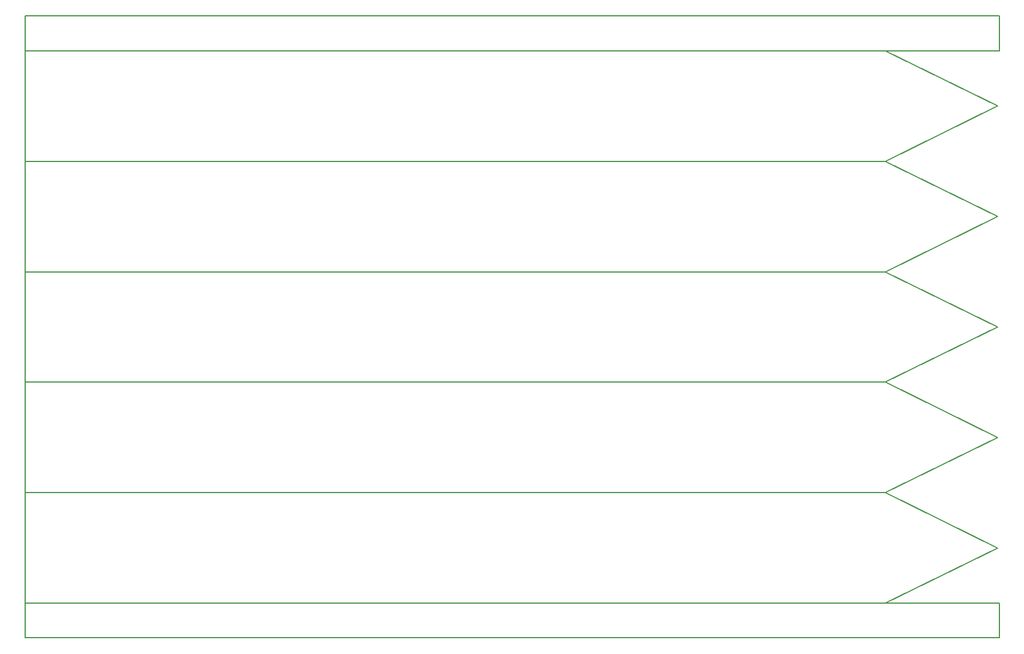
<source format=gbr>
G04 #@! TF.FileFunction,Profile,NP*
%FSLAX46Y46*%
G04 Gerber Fmt 4.6, Leading zero omitted, Abs format (unit mm)*
G04 Created by KiCad (PCBNEW (2015-09-30 BZR 6232)-product) date Fri 09 Oct 2015 11:18:26 AM EEST*
%MOMM*%
G01*
G04 APERTURE LIST*
%ADD10C,0.100000*%
%ADD11C,0.150000*%
G04 APERTURE END LIST*
D10*
D11*
X181000000Y-120000000D02*
X164000000Y-120000000D01*
X181000000Y-125000000D02*
X181000000Y-120000000D01*
X40000000Y-125000000D02*
X181000000Y-125000000D01*
X40000000Y-120000000D02*
X40000000Y-125000000D01*
X181000000Y-40000000D02*
X164000000Y-40000000D01*
X181000000Y-35000000D02*
X181000000Y-40000000D01*
X40000000Y-35000000D02*
X181000000Y-35000000D01*
X40000000Y-40000000D02*
X40000000Y-35000000D01*
X164500000Y-56000000D02*
X40000000Y-56000000D01*
X40000000Y-40000000D02*
X164500000Y-40000000D01*
X40000000Y-56000000D02*
X40000000Y-40000000D01*
X180750000Y-48000000D02*
X164500000Y-56000000D01*
X180750000Y-48000000D02*
X164500000Y-40000000D01*
X40000000Y-72000000D02*
X40000000Y-56000000D01*
X180750000Y-64000000D02*
X164500000Y-72000000D01*
X180750000Y-64000000D02*
X164500000Y-56000000D01*
X40000000Y-72000000D02*
X164500000Y-72000000D01*
X40000000Y-88000000D02*
X40000000Y-72000000D01*
X180750000Y-80000000D02*
X164500000Y-88000000D01*
X180750000Y-80000000D02*
X164500000Y-72000000D01*
X40000000Y-88000000D02*
X164500000Y-88000000D01*
X40000000Y-104000000D02*
X40000000Y-88000000D01*
X180750000Y-96000000D02*
X164500000Y-104000000D01*
X180750000Y-96000000D02*
X164500000Y-88000000D01*
X40000000Y-104000000D02*
X164500000Y-104000000D01*
X40000000Y-120000000D02*
X40000000Y-104000000D01*
X164500000Y-120000000D02*
X40000000Y-120000000D01*
X180750000Y-112000000D02*
X164500000Y-120000000D01*
X180750000Y-112000000D02*
X164500000Y-104000000D01*
M02*

</source>
